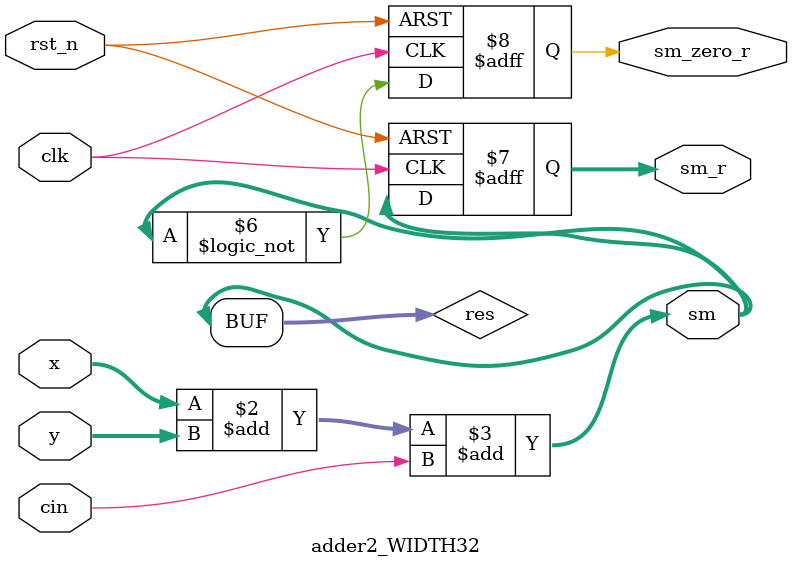
<source format=v>
module adder2_WIDTH32 
#(
    parameter WIDTH = 32,
    parameter SWIDTH = WIDTH + 1)
(
    input cin,
    input [WIDTH-1:0] x,
    input [WIDTH-1:0] y,
    output reg [SWIDTH-1:0] sm,
    output reg [SWIDTH-1:0] sm_r,
    output reg sm_zero_r,
    input clk,
    input rst_n
);

reg [SWIDTH-1:0] res;

always @(*) begin
    res = x + y + cin;
    sm <= res;
end

always @(posedge clk or negedge rst_n) begin
    if (~rst_n) begin
        sm_r <= 0;
        sm_zero_r <= 0;
    end
    else begin
        sm_r <= sm;
        sm_zero_r <= sm == 0;
    end
end

endmodule

</source>
